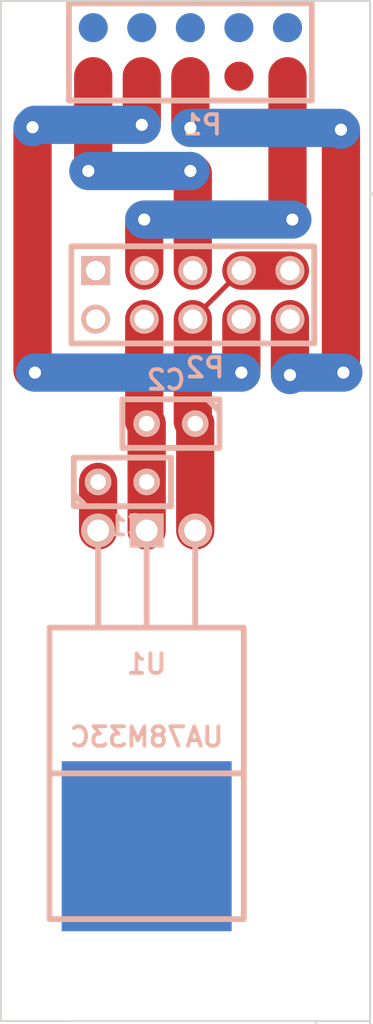
<source format=kicad_pcb>
(kicad_pcb (version 3) (host pcbnew "(2013-may-18)-stable")

  (general
    (links 14)
    (no_connects 2)
    (area 195.088 80.026 229.666001 167.19518)
    (thickness 1.6)
    (drawings 60)
    (tracks 46)
    (zones 0)
    (modules 5)
    (nets 8)
  )

  (page A3)
  (layers
    (15 F.Cu signal)
    (0 B.Cu signal)
    (16 B.Adhes user)
    (17 F.Adhes user)
    (18 B.Paste user)
    (19 F.Paste user)
    (20 B.SilkS user)
    (21 F.SilkS user)
    (22 B.Mask user)
    (23 F.Mask user)
    (24 Dwgs.User user)
    (25 Cmts.User user)
    (26 Eco1.User user)
    (27 Eco2.User user)
    (28 Edge.Cuts user)
  )

  (setup
    (last_trace_width 2)
    (user_trace_width 2)
    (trace_clearance 0.254)
    (zone_clearance 0.508)
    (zone_45_only no)
    (trace_min 0.254)
    (segment_width 0.2)
    (edge_width 0.1)
    (via_size 0.889)
    (via_drill 0.635)
    (via_min_size 0.889)
    (via_min_drill 0.508)
    (uvia_size 0.508)
    (uvia_drill 0.127)
    (uvias_allowed no)
    (uvia_min_size 0.508)
    (uvia_min_drill 0.127)
    (pcb_text_width 0.3)
    (pcb_text_size 1.5 1.5)
    (mod_edge_width 0.15)
    (mod_text_size 1 1)
    (mod_text_width 0.15)
    (pad_size 8.89 8.89)
    (pad_drill 0)
    (pad_to_mask_clearance 0)
    (aux_axis_origin 0 0)
    (visible_elements FFFFFFBF)
    (pcbplotparams
      (layerselection 3178497)
      (usegerberextensions true)
      (excludeedgelayer true)
      (linewidth 0.150000)
      (plotframeref false)
      (viasonmask false)
      (mode 1)
      (useauxorigin false)
      (hpglpennumber 1)
      (hpglpenspeed 20)
      (hpglpendiameter 15)
      (hpglpenoverlay 2)
      (psnegative false)
      (psa4output false)
      (plotreference true)
      (plotvalue true)
      (plotothertext true)
      (plotinvisibletext false)
      (padsonsilk false)
      (subtractmaskfromsilk false)
      (outputformat 1)
      (mirror false)
      (drillshape 1)
      (scaleselection 1)
      (outputdirectory ""))
  )

  (net 0 "")
  (net 1 N-000001)
  (net 2 N-0000012)
  (net 3 N-0000013)
  (net 4 N-000002)
  (net 5 N-000004)
  (net 6 N-000006)
  (net 7 N-000007)

  (net_class Default "This is the default net class."
    (clearance 0.254)
    (trace_width 0.254)
    (via_dia 0.889)
    (via_drill 0.635)
    (uvia_dia 0.508)
    (uvia_drill 0.127)
    (add_net "")
    (add_net N-000001)
    (add_net N-0000012)
    (add_net N-0000013)
    (add_net N-000002)
    (add_net N-000004)
    (add_net N-000006)
    (add_net N-000007)
  )

  (module TO220_gnd_in_the_middle (layer B.Cu) (tedit 542B413D) (tstamp 542B5C33)
    (at 217.805 131.572 270)
    (descr "Transistor TO 220")
    (tags "TR TO220 DEV")
    (path /5429C117)
    (fp_text reference U1 (at 6.985 0 540) (layer B.SilkS)
      (effects (font (size 1.016 1.016) (thickness 0.2032)) (justify mirror))
    )
    (fp_text value UA78M33C (at 10.795 0 540) (layer B.SilkS)
      (effects (font (size 1.016 1.016) (thickness 0.2032)) (justify mirror))
    )
    (fp_line (start 0 2.54) (end 5.08 2.54) (layer B.SilkS) (width 0.3048))
    (fp_line (start 0 0) (end 5.08 0) (layer B.SilkS) (width 0.3048))
    (fp_line (start 0 -2.54) (end 5.08 -2.54) (layer B.SilkS) (width 0.3048))
    (fp_line (start 5.08 -5.08) (end 20.32 -5.08) (layer B.SilkS) (width 0.3048))
    (fp_line (start 20.32 -5.08) (end 20.32 5.08) (layer B.SilkS) (width 0.3048))
    (fp_line (start 20.32 5.08) (end 5.08 5.08) (layer B.SilkS) (width 0.3048))
    (fp_line (start 5.08 5.08) (end 5.08 -5.08) (layer B.SilkS) (width 0.3048))
    (fp_line (start 12.7 -3.81) (end 12.7 5.08) (layer B.SilkS) (width 0.3048))
    (fp_line (start 12.7 -3.81) (end 12.7 -5.08) (layer B.SilkS) (width 0.3048))
    (pad 1 thru_hole oval (at 0 2.54 270) (size 1.778 1.778) (drill 1.143)
      (layers *.Cu *.Mask B.SilkS)
      (net 7 N-000007)
    )
    (pad 2 thru_hole rect (at 0 0 270) (size 1.778 1.778) (drill 1.143)
      (layers *.Cu *.Mask B.SilkS)
      (net 2 N-0000012)
    )
    (pad 3 thru_hole circle (at 0 -2.54 270) (size 1.778 1.778) (drill 1.143)
      (layers *.Cu *.Mask B.SilkS)
      (net 3 N-0000013)
    )
    (pad 4 smd rect (at 16.51 0 270) (size 8.89 8.89)
      (layers B.Cu B.Paste B.Mask)
    )
    (model discret/to220_horiz.wrl
      (at (xyz 0 0 0))
      (scale (xyz 1 1 1))
      (rotate (xyz 0 0 0))
    )
  )

  (module PIN_ARRAY_5x2 (layer B.Cu) (tedit 3FCF2109) (tstamp 5429CE09)
    (at 220.218 119.253)
    (descr "Double rangee de contacts 2 x 5 pins")
    (tags CONN)
    (path /5429BA9D)
    (fp_text reference P2 (at 0.635 3.81) (layer B.SilkS)
      (effects (font (size 1.016 1.016) (thickness 0.2032)) (justify mirror))
    )
    (fp_text value CONN_5X2 (at 0 3.81) (layer B.SilkS) hide
      (effects (font (size 1.016 1.016) (thickness 0.2032)) (justify mirror))
    )
    (fp_line (start -6.35 2.54) (end 6.35 2.54) (layer B.SilkS) (width 0.3048))
    (fp_line (start 6.35 2.54) (end 6.35 -2.54) (layer B.SilkS) (width 0.3048))
    (fp_line (start 6.35 -2.54) (end -6.35 -2.54) (layer B.SilkS) (width 0.3048))
    (fp_line (start -6.35 -2.54) (end -6.35 2.54) (layer B.SilkS) (width 0.3048))
    (pad 1 thru_hole rect (at -5.08 -1.27) (size 1.524 1.524) (drill 1.016)
      (layers *.Cu *.Mask B.SilkS)
    )
    (pad 2 thru_hole circle (at -5.08 1.27) (size 1.524 1.524) (drill 1.016)
      (layers *.Cu *.Mask B.SilkS)
    )
    (pad 3 thru_hole circle (at -2.54 -1.27) (size 1.524 1.524) (drill 1.016)
      (layers *.Cu *.Mask B.SilkS)
      (net 1 N-000001)
    )
    (pad 4 thru_hole circle (at -2.54 1.27) (size 1.524 1.524) (drill 1.016)
      (layers *.Cu *.Mask B.SilkS)
      (net 2 N-0000012)
    )
    (pad 5 thru_hole circle (at 0 -1.27) (size 1.524 1.524) (drill 1.016)
      (layers *.Cu *.Mask B.SilkS)
      (net 4 N-000002)
    )
    (pad 6 thru_hole circle (at 0 1.27) (size 1.524 1.524) (drill 1.016)
      (layers *.Cu *.Mask B.SilkS)
      (net 3 N-0000013)
    )
    (pad 7 thru_hole circle (at 2.54 -1.27) (size 1.524 1.524) (drill 1.016)
      (layers *.Cu *.Mask B.SilkS)
      (net 3 N-0000013)
    )
    (pad 8 thru_hole circle (at 2.54 1.27) (size 1.524 1.524) (drill 1.016)
      (layers *.Cu *.Mask B.SilkS)
      (net 6 N-000006)
    )
    (pad 9 thru_hole circle (at 5.08 -1.27) (size 1.524 1.524) (drill 1.016)
      (layers *.Cu *.Mask B.SilkS)
      (net 3 N-0000013)
    )
    (pad 10 thru_hole circle (at 5.08 1.27) (size 1.524 1.524) (drill 1.016)
      (layers *.Cu *.Mask B.SilkS)
      (net 5 N-000004)
    )
    (model pin_array/pins_array_5x2.wrl
      (at (xyz 0 0 0))
      (scale (xyz 1 1 1))
      (rotate (xyz 0 0 0))
    )
  )

  (module C1 (layer B.Cu) (tedit 3F92C496) (tstamp 5429CE14)
    (at 216.535 129.032)
    (descr "Condensateur e = 1 pas")
    (tags C)
    (path /5429C1D4)
    (fp_text reference C1 (at 0.254 2.286) (layer B.SilkS)
      (effects (font (size 1.016 1.016) (thickness 0.2032)) (justify mirror))
    )
    (fp_text value 33uF (at 0 2.286) (layer B.SilkS) hide
      (effects (font (size 1.016 1.016) (thickness 0.2032)) (justify mirror))
    )
    (fp_line (start -2.4892 1.27) (end 2.54 1.27) (layer B.SilkS) (width 0.3048))
    (fp_line (start 2.54 1.27) (end 2.54 -1.27) (layer B.SilkS) (width 0.3048))
    (fp_line (start 2.54 -1.27) (end -2.54 -1.27) (layer B.SilkS) (width 0.3048))
    (fp_line (start -2.54 -1.27) (end -2.54 1.27) (layer B.SilkS) (width 0.3048))
    (fp_line (start -2.54 0.635) (end -1.905 1.27) (layer B.SilkS) (width 0.3048))
    (pad 1 thru_hole circle (at -1.27 0) (size 1.397 1.397) (drill 0.8128)
      (layers *.Cu *.Mask B.SilkS)
      (net 7 N-000007)
    )
    (pad 2 thru_hole circle (at 1.27 0) (size 1.397 1.397) (drill 0.8128)
      (layers *.Cu *.Mask B.SilkS)
      (net 2 N-0000012)
    )
    (model discret/capa_1_pas.wrl
      (at (xyz 0 0 0))
      (scale (xyz 1 1 1))
      (rotate (xyz 0 0 0))
    )
  )

  (module C1 (layer B.Cu) (tedit 3F92C496) (tstamp 542B5D59)
    (at 219.075 125.984 180)
    (descr "Condensateur e = 1 pas")
    (tags C)
    (path /5429C1E3)
    (fp_text reference C2 (at 0.254 2.286 180) (layer B.SilkS)
      (effects (font (size 1.016 1.016) (thickness 0.2032)) (justify mirror))
    )
    (fp_text value 0.33uF (at 0 2.286 180) (layer B.SilkS) hide
      (effects (font (size 1.016 1.016) (thickness 0.2032)) (justify mirror))
    )
    (fp_line (start -2.4892 1.27) (end 2.54 1.27) (layer B.SilkS) (width 0.3048))
    (fp_line (start 2.54 1.27) (end 2.54 -1.27) (layer B.SilkS) (width 0.3048))
    (fp_line (start 2.54 -1.27) (end -2.54 -1.27) (layer B.SilkS) (width 0.3048))
    (fp_line (start -2.54 -1.27) (end -2.54 1.27) (layer B.SilkS) (width 0.3048))
    (fp_line (start -2.54 0.635) (end -1.905 1.27) (layer B.SilkS) (width 0.3048))
    (pad 1 thru_hole circle (at -1.27 0 180) (size 1.397 1.397) (drill 0.8128)
      (layers *.Cu *.Mask B.SilkS)
      (net 3 N-0000013)
    )
    (pad 2 thru_hole circle (at 1.27 0 180) (size 1.397 1.397) (drill 0.8128)
      (layers *.Cu *.Mask B.SilkS)
      (net 2 N-0000012)
    )
    (model discret/capa_1_pas.wrl
      (at (xyz 0 0 0))
      (scale (xyz 1 1 1))
      (rotate (xyz 0 0 0))
    )
  )

  (module SIDE_MOUNTED_5x2 (layer B.Cu) (tedit 5429D954) (tstamp 542A2BE1)
    (at 220.091 106.553)
    (descr "Double rangee de contacts 2 x 5 pins")
    (tags CONN)
    (path /5429BA7B)
    (fp_text reference P1 (at 0.635 3.81) (layer B.SilkS)
      (effects (font (size 1.016 1.016) (thickness 0.2032)) (justify mirror))
    )
    (fp_text value CONN_5X2 (at 0 3.81) (layer B.SilkS) hide
      (effects (font (size 1.016 1.016) (thickness 0.2032)) (justify mirror))
    )
    (fp_line (start -6.35 2.54) (end 6.35 2.54) (layer B.SilkS) (width 0.3048))
    (fp_line (start 6.35 2.54) (end 6.35 -2.54) (layer B.SilkS) (width 0.3048))
    (fp_line (start 6.35 -2.54) (end -6.35 -2.54) (layer B.SilkS) (width 0.3048))
    (fp_line (start -6.35 -2.54) (end -6.35 2.54) (layer B.SilkS) (width 0.3048))
    (pad 1 smd circle (at -5.08 -1.27) (size 1.524 1.524)
      (layers B.Cu B.Paste B.Mask)
      (net 2 N-0000012)
    )
    (pad 2 smd circle (at -5.08 1.27) (size 1.524 1.524)
      (layers F.Cu B.Paste B.Mask)
      (net 4 N-000002)
    )
    (pad 3 smd circle (at -2.54 -1.27) (size 1.524 1.524)
      (layers B.Cu B.Paste B.Mask)
      (net 7 N-000007)
    )
    (pad 4 smd circle (at -2.54 1.27) (size 1.524 1.524)
      (layers F.Cu B.Paste B.Mask)
      (net 6 N-000006)
    )
    (pad 5 smd circle (at 0 -1.27) (size 1.524 1.524)
      (layers B.Cu B.Paste B.Mask)
    )
    (pad 6 smd circle (at 0 1.27) (size 1.524 1.524)
      (layers F.Cu B.Paste B.Mask)
      (net 5 N-000004)
    )
    (pad 7 smd circle (at 2.54 -1.27) (size 1.524 1.524)
      (layers B.Cu B.Paste B.Mask)
    )
    (pad 8 smd circle (at 2.54 1.27) (size 1.524 1.524)
      (layers F.Cu B.Paste B.Mask)
    )
    (pad 9 smd circle (at 5.08 -1.27) (size 1.524 1.524)
      (layers B.Cu B.Paste B.Mask)
    )
    (pad 10 smd circle (at 5.08 1.27) (size 1.524 1.524)
      (layers F.Cu B.Paste B.Mask)
      (net 1 N-000001)
    )
    (model pin_array/pins_array_5x2.wrl
      (at (xyz 0 0 0))
      (scale (xyz 1 1 1))
      (rotate (xyz 0 0 0))
    )
  )

  (gr_line (start 221.107 111.633) (end 221.107 111.76) (angle 90) (layer Eco2.User) (width 0.2))
  (gr_line (start 219.329 111.633) (end 221.107 111.633) (angle 90) (layer Eco2.User) (width 0.2))
  (gr_line (start 212.217 125.476) (end 212.598 125.476) (angle 90) (layer Eco2.User) (width 0.2))
  (gr_line (start 211.455 126.238) (end 212.217 125.476) (angle 90) (layer Eco2.User) (width 0.2))
  (gr_line (start 212.725 126.238) (end 211.455 126.238) (angle 90) (layer Eco2.User) (width 0.2))
  (gr_line (start 211.709 125.222) (end 212.725 126.238) (angle 90) (layer Eco2.User) (width 0.2))
  (gr_line (start 227.965 125.476) (end 228.346 125.476) (angle 90) (layer Eco2.User) (width 0.2))
  (gr_line (start 227.457 125.984) (end 227.965 125.476) (angle 90) (layer Eco2.User) (width 0.2))
  (gr_line (start 228.346 125.984) (end 227.457 125.984) (angle 90) (layer Eco2.User) (width 0.2))
  (gr_line (start 227.838 125.476) (end 228.346 125.984) (angle 90) (layer Eco2.User) (width 0.2))
  (gr_line (start 227.203 106.426) (end 227.203 106.553) (angle 90) (layer Eco2.User) (width 0.2))
  (gr_line (start 211.836 106.426) (end 227.203 106.426) (angle 90) (layer Eco2.User) (width 0.2))
  (gr_line (start 225.425 125.476) (end 225.933 125.476) (angle 90) (layer Eco2.User) (width 0.2))
  (gr_line (start 224.79 126.111) (end 225.425 125.476) (angle 90) (layer Eco2.User) (width 0.2))
  (gr_line (start 225.679 126.111) (end 224.79 126.111) (angle 90) (layer Eco2.User) (width 0.2))
  (gr_line (start 224.917 125.349) (end 225.679 126.111) (angle 90) (layer Eco2.User) (width 0.2))
  (gr_line (start 225.933 119.38) (end 225.933 119.253) (angle 90) (layer Eco2.User) (width 0.2))
  (gr_line (start 214.376 119.38) (end 225.933 119.38) (angle 90) (layer Eco2.User) (width 0.2))
  (gr_line (start 223.266 125.73) (end 223.647 125.73) (angle 90) (layer Eco2.User) (width 0.2))
  (gr_line (start 222.504 126.492) (end 223.266 125.73) (angle 90) (layer Eco2.User) (width 0.2))
  (gr_line (start 223.647 126.492) (end 222.504 126.492) (angle 90) (layer Eco2.User) (width 0.2))
  (gr_line (start 222.758 125.603) (end 223.647 126.492) (angle 90) (layer Eco2.User) (width 0.2))
  (gr_line (start 215.519 125.349) (end 215.9 125.349) (angle 90) (layer Eco2.User) (width 0.2))
  (gr_line (start 214.757 126.111) (end 215.519 125.349) (angle 90) (layer Eco2.User) (width 0.2))
  (gr_line (start 215.646 126.111) (end 214.757 126.111) (angle 90) (layer Eco2.User) (width 0.2))
  (gr_line (start 214.884 125.349) (end 215.646 126.111) (angle 90) (layer Eco2.User) (width 0.2))
  (gr_line (start 215.392 123.063) (end 215.519 123.063) (angle 90) (layer Eco2.User) (width 0.2))
  (gr_line (start 214.503 123.952) (end 215.392 123.063) (angle 90) (layer Eco2.User) (width 0.2))
  (gr_line (start 215.519 123.952) (end 214.503 123.952) (angle 90) (layer Eco2.User) (width 0.2))
  (gr_line (start 214.503 122.936) (end 215.519 123.952) (angle 90) (layer Eco2.User) (width 0.2))
  (gr_line (start 222.25 115.951) (end 223.139 115.062) (angle 90) (layer Eco2.User) (width 0.2))
  (gr_line (start 223.139 115.951) (end 222.25 115.951) (angle 90) (layer Eco2.User) (width 0.2))
  (gr_line (start 222.25 115.062) (end 223.139 115.951) (angle 90) (layer Eco2.User) (width 0.2))
  (gr_line (start 224.409 116.459) (end 226.187 116.459) (angle 90) (layer Eco2.User) (width 0.2))
  (gr_line (start 214.63 115.824) (end 215.392 115.062) (angle 90) (layer Eco2.User) (width 0.2))
  (gr_line (start 215.392 115.824) (end 214.63 115.824) (angle 90) (layer Eco2.User) (width 0.2))
  (gr_line (start 214.503 114.935) (end 215.392 115.824) (angle 90) (layer Eco2.User) (width 0.2))
  (gr_line (start 218.059 112.522) (end 218.186 112.522) (angle 90) (layer Eco2.User) (width 0.2))
  (gr_line (start 217.297 113.284) (end 218.059 112.522) (angle 90) (layer Eco2.User) (width 0.2))
  (gr_line (start 218.186 113.284) (end 217.297 113.284) (angle 90) (layer Eco2.User) (width 0.2))
  (gr_line (start 217.297 112.395) (end 218.186 113.284) (angle 90) (layer Eco2.User) (width 0.2))
  (gr_line (start 222.123 113.284) (end 223.012 112.395) (angle 90) (layer Eco2.User) (width 0.2))
  (gr_line (start 223.012 113.284) (end 222.123 113.284) (angle 90) (layer Eco2.User) (width 0.2))
  (gr_line (start 222.123 112.395) (end 223.012 113.284) (angle 90) (layer Eco2.User) (width 0.2))
  (gr_line (start 222.25 110.871) (end 222.123 110.871) (angle 90) (layer Eco2.User) (width 0.2))
  (gr_line (start 223.139 109.982) (end 222.25 110.871) (angle 90) (layer Eco2.User) (width 0.2))
  (gr_line (start 223.139 110.871) (end 223.139 109.982) (angle 90) (layer Eco2.User) (width 0.2))
  (gr_line (start 222.123 109.855) (end 223.139 110.871) (angle 90) (layer Eco2.User) (width 0.2))
  (gr_line (start 229.616 113.919) (end 229.616 114.046) (angle 90) (layer Edge.Cuts) (width 0.1))
  (gr_line (start 210.185 103.886) (end 213.868 103.886) (angle 90) (layer Edge.Cuts) (width 0.1))
  (gr_line (start 210.185 157.226) (end 210.185 103.886) (angle 90) (layer Edge.Cuts) (width 0.1))
  (gr_line (start 226.441 157.226) (end 210.185 157.226) (angle 90) (layer Edge.Cuts) (width 0.1))
  (gr_line (start 229.489 157.226) (end 226.441 157.226) (angle 90) (layer Edge.Cuts) (width 0.1))
  (gr_line (start 229.489 157.353) (end 229.489 157.226) (angle 90) (layer Edge.Cuts) (width 0.1))
  (gr_line (start 229.489 103.886) (end 229.489 157.353) (angle 90) (layer Edge.Cuts) (width 0.1))
  (gr_line (start 226.441 103.886) (end 229.489 103.886) (angle 90) (layer Edge.Cuts) (width 0.1))
  (gr_line (start 226.568 157.226) (end 226.187 157.226) (angle 90) (layer Edge.Cuts) (width 0.1))
  (gr_line (start 226.568 157.226) (end 213.741 157.226) (angle 90) (layer Edge.Cuts) (width 0.1))
  (gr_line (start 226.695 157.353) (end 226.568 157.226) (angle 90) (layer Edge.Cuts) (width 0.1))
  (gr_line (start 213.741 103.886) (end 226.568 103.886) (angle 90) (layer Edge.Cuts) (width 0.1))

  (segment (start 217.678 117.983) (end 217.678 115.316) (width 2) (layer F.Cu) (net 1) (status 400000))
  (segment (start 225.171 115.062) (end 225.171 107.823) (width 2) (layer F.Cu) (net 1) (tstamp 542C8EA1) (status 800000))
  (segment (start 225.425 115.316) (end 225.171 115.062) (width 2) (layer F.Cu) (net 1) (tstamp 542C8EA0))
  (via (at 225.425 115.316) (size 0.889) (layers F.Cu B.Cu) (net 1))
  (segment (start 217.678 115.316) (end 225.425 115.316) (width 2) (layer B.Cu) (net 1) (tstamp 542C8E9D))
  (via (at 217.678 115.316) (size 0.889) (layers F.Cu B.Cu) (net 1))
  (segment (start 217.805 129.032) (end 217.805 125.984) (width 2) (layer F.Cu) (net 2) (status C00000))
  (segment (start 217.678 120.523) (end 217.678 125.857) (width 2) (layer F.Cu) (net 2) (status C00000))
  (segment (start 217.678 125.857) (end 217.805 125.984) (width 2) (layer F.Cu) (net 2) (tstamp 542C8E67) (status C00000))
  (segment (start 217.805 125.984) (end 217.805 131.572) (width 2) (layer F.Cu) (net 2) (tstamp 542C8E68) (status C00000))
  (segment (start 220.345 131.572) (end 220.345 125.984) (width 2) (layer F.Cu) (net 3) (status C00000))
  (segment (start 220.345 125.984) (end 220.218 125.857) (width 2) (layer F.Cu) (net 3) (tstamp 542C8E6D) (status C00000))
  (segment (start 220.218 125.857) (end 220.218 120.523) (width 2) (layer F.Cu) (net 3) (tstamp 542C8E6E) (status C00000))
  (segment (start 220.218 120.523) (end 222.758 117.983) (width 0.254) (layer F.Cu) (net 3))
  (segment (start 222.758 117.983) (end 225.298 117.983) (width 2) (layer F.Cu) (net 3))
  (segment (start 220.218 117.983) (end 220.218 112.903) (width 2) (layer F.Cu) (net 4) (status 400000))
  (segment (start 220.218 112.903) (end 220.091 112.776) (width 2) (layer F.Cu) (net 4) (tstamp 542C8D61))
  (via (at 220.091 112.776) (size 0.889) (layers F.Cu B.Cu) (net 4))
  (segment (start 220.091 112.776) (end 214.757 112.776) (width 2) (layer B.Cu) (net 4) (tstamp 542C8D63))
  (via (at 214.757 112.776) (size 0.889) (layers F.Cu B.Cu) (net 4))
  (segment (start 214.757 112.776) (end 215.011 112.522) (width 2) (layer F.Cu) (net 4) (tstamp 542C8D66))
  (segment (start 215.011 112.522) (end 215.011 107.823) (width 2) (layer F.Cu) (net 4) (tstamp 542C8D67) (status 800000))
  (segment (start 225.298 120.523) (end 225.298 123.444) (width 2) (layer F.Cu) (net 5))
  (segment (start 220.091 110.521998) (end 220.091 107.823) (width 2) (layer F.Cu) (net 5) (tstamp 542C8E28))
  (via (at 220.091 110.521998) (size 0.889) (layers F.Cu B.Cu) (net 5))
  (segment (start 227.869998 110.521998) (end 220.091 110.521998) (width 2) (layer B.Cu) (net 5) (tstamp 542C8E26))
  (segment (start 227.965 110.617) (end 227.869998 110.521998) (width 2) (layer B.Cu) (net 5) (tstamp 542C8E25))
  (via (at 227.965 110.617) (size 0.889) (layers F.Cu B.Cu) (net 5))
  (segment (start 227.965 123.19) (end 227.965 110.617) (width 2) (layer F.Cu) (net 5) (tstamp 542C8E23))
  (segment (start 228.092 123.317) (end 227.965 123.19) (width 2) (layer F.Cu) (net 5) (tstamp 542C8E22))
  (via (at 228.092 123.317) (size 0.889) (layers F.Cu B.Cu) (net 5))
  (segment (start 225.425 123.317) (end 228.092 123.317) (width 2) (layer B.Cu) (net 5) (tstamp 542C8E20))
  (segment (start 225.298 123.444) (end 225.425 123.317) (width 2) (layer B.Cu) (net 5) (tstamp 542C8E1F))
  (via (at 225.298 123.444) (size 0.889) (layers F.Cu B.Cu) (net 5))
  (segment (start 222.758 120.523) (end 222.758 123.317) (width 2) (layer F.Cu) (net 6))
  (segment (start 217.551 110.363) (end 217.551 107.823) (width 2) (layer F.Cu) (net 6) (tstamp 542C8E39))
  (via (at 217.551 110.363) (size 0.889) (layers F.Cu B.Cu) (net 6))
  (segment (start 211.963 110.363) (end 217.551 110.363) (width 2) (layer B.Cu) (net 6) (tstamp 542C8E37))
  (segment (start 211.836 110.49) (end 211.963 110.363) (width 2) (layer B.Cu) (net 6) (tstamp 542C8E36))
  (via (at 211.836 110.49) (size 0.889) (layers F.Cu B.Cu) (net 6))
  (segment (start 211.836 123.19) (end 211.836 110.49) (width 2) (layer F.Cu) (net 6) (tstamp 542C8E34))
  (segment (start 211.963 123.317) (end 211.836 123.19) (width 2) (layer F.Cu) (net 6) (tstamp 542C8E33))
  (via (at 211.963 123.317) (size 0.889) (layers F.Cu B.Cu) (net 6))
  (segment (start 222.758 123.317) (end 211.963 123.317) (width 2) (layer B.Cu) (net 6) (tstamp 542C8E30))
  (via (at 222.758 123.317) (size 0.889) (layers F.Cu B.Cu) (net 6))
  (segment (start 215.265 131.572) (end 215.265 129.032) (width 2) (layer F.Cu) (net 7) (status C00000))

)

</source>
